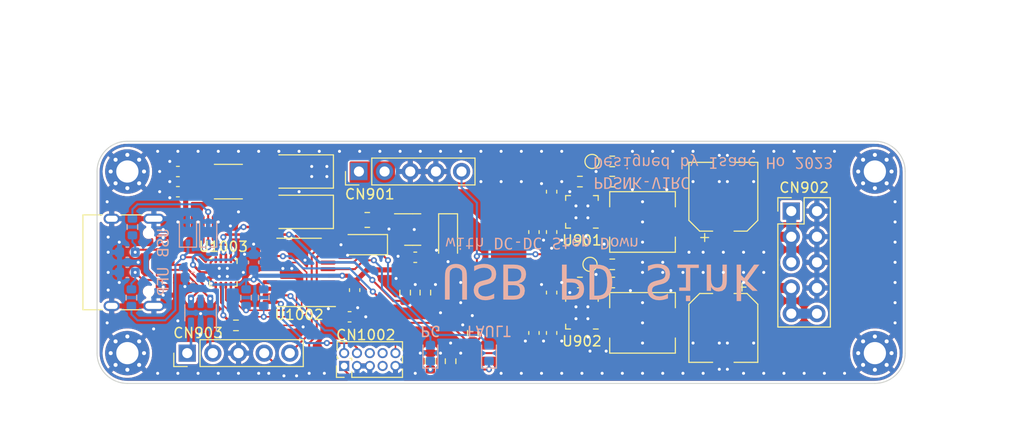
<source format=kicad_pcb>
(kicad_pcb (version 20211014) (generator pcbnew)
  (layers (0 "F.Cu" signal) (31 "B.Cu" signal) (34 "B.Paste" user) (35 "F.Paste" user) (36 "B.SilkS" user "B.Silkscreen") (37 "F.SilkS" user "F.Silkscreen") (38 "B.Mask" user) (39 "F.Mask" user) (44 "Edge.Cuts" user))
  (net 0 "")
  (net 1 "GND")
  (net 2 "/5VDC_Css")
  (net 3 "+5V")
  (net 4 "/3VDC_Css")
  (net 5 "+3.3V")
  (net 6 "/USB-C Power In/LDO_3V3")
  (net 7 "/USB-C Power In/VBUS_IN")
  (net 8 "/USB-C Power In/NRST")
  (net 9 "/USB-C Power In/CC1")
  (net 10 "/USB-C Power In/CC2")
  (net 11 "/USB-C Power In/V_{JFused}")
  (net 12 "/USB-C Power In/VBUS_OVP")
  (net 13 "/USB-C Power In/LED0")
  (net 14 "/USB-C Power In/LED1")
  (net 15 "/USB_P")
  (net 16 "/USB_N")
  (net 17 "/TX")
  (net 18 "/RX")
  (net 19 "/USB-C Power In/USBc_P")
  (net 20 "/USB-C Power In/USBc_N")
  (net 21 "/USB-C Power In/SWDIO")
  (net 22 "/USB-C Power In/SWCLK")
  (net 23 "/5VDC_SW")
  (net 24 "/3VDC_SW")
  (net 25 "/5VDC_PG")
  (net 26 "/DC_EN")
  (net 27 "/5VDC_FB")
  (net 28 "/3VDC_PG")
  (net 29 "/3VDC_FB")
  (net 30 "/USB-C Power In/I2C1_SCL")
  (net 31 "/USB-C Power In/I2C1_SDA")
  (net 32 "/USB-C Power In/USB_INT")
  (net 33 "/USB-C Power In/CC1_R")
  (net 34 "/USB-C Power In/CC2_R")
  (net 35 "/USB_VBUS")
  (net 36 "/USB-C Power In/VCONN")
  (net 37 "Net-(C1005-Pad1)")
  (net 38 "Net-(D1004-Pad1)")
  (net 39 "Net-(D1005-Pad1)")
  (footprint "Resistor_SMD:R_0603_1608Metric" (layer "F.Cu") (at 147.8 84 180)
    (fp_text reference "R904" hide)
    (fp_text value "180k" hide)
  )
  (footprint "Capacitor_Tantalum_SMD:CP_EIA-3216-18_Kemet-A" (layer "F.Cu") (at 134.75 89.5 -90)
    (fp_text reference "C1006" hide)
    (fp_text value "1uF" hide)
  )
  (footprint "MountingHole:MountingHole_2.2mm_M2_Pad_Via" (layer "F.Cu") (at 177 101)
    (fp_text reference "H903" hide)
    (fp_text value "MountingHole_Pad" hide)
  )
  (footprint "Resistor_SMD:R_0603_1608Metric" (layer "F.Cu") (at 135 101.8 90)
    (fp_text reference "R1010" hide)
    (fp_text value "2k" hide)
  )
  (footprint "Diode_SMD:D_SOD-123" (layer "F.Cu") (at 126.5 90.25 180)
    (fp_text reference "D1003" hide)
    (fp_text value "MMSZ5246B" hide)
  )
  (footprint "Capacitor_SMD:C_0603_1608Metric" (layer "F.Cu") (at 145 99 -90)
    (fp_text reference "C902" hide)
    (fp_text value "100nF" hide)
  )
  (footprint "Resistor_SMD:R_0603_1608Metric" (layer "F.Cu") (at 137.2 99 90)
    (fp_text reference "R902" hide)
    (fp_text value "100k" hide)
  )
  (footprint "Package_DFN_QFN:WQFN-14-1EP_2.5x2.5mm_P0.5mm_EP1.45x1.45mm" (layer "F.Cu") (at 112.5 93)
    (fp_text reference "U1003")
    (fp_text value "FUSB302BMPX" hide)
  )
  (footprint "Resistor_SMD:R_0603_1608Metric" (layer "F.Cu") (at 147.8 94 180)
    (fp_text reference "R907" hide)
    (fp_text value "180k" hide)
  )
  (footprint "Connector_USB:USB_C_Receptacle_HRO_TYPE-C-31-M-12" (layer "F.Cu") (at 102.5 92 -90)
    (fp_text reference "J1001" hide)
    (fp_text value "USB_C_Receptacle" hide)
  )
  (footprint "Capacitor_SMD:CP_Elec_6.3x5.9" (layer "F.Cu") (at 162 98.5 -90)
    (fp_text reference "C908" hide)
    (fp_text value "22uF" hide)
  )
  (footprint "Capacitor_SMD:CP_Elec_6.3x5.9" (layer "F.Cu") (at 162 85.5 90)
    (fp_text reference "C904" hide)
    (fp_text value "22uF" hide)
  )
  (footprint "MountingHole:MountingHole_2.2mm_M2_Pad_Via" (layer "F.Cu") (at 103 83)
    (fp_text reference "H901" hide)
    (fp_text value "MountingHole_Pad" hide)
  )
  (footprint "Resistor_SMD:R_0603_1608Metric" (layer "F.Cu") (at 151 84 180)
    (fp_text reference "R903" hide)
    (fp_text value "953k" hide)
  )
  (footprint "Capacitor_SMD:C_0603_1608Metric" (layer "F.Cu") (at 108 85 180)
    (fp_text reference "C1004" hide)
    (fp_text value "100nF" hide)
  )
  (footprint "Package_DFN_QFN:VQFN-16-1EP_3x3mm_P0.5mm_EP1.68x1.68mm_ThermalVias" (layer "F.Cu") (at 148 87 180)
    (fp_text reference "U901")
    (fp_text value "TPS62130" hide)
  )
  (footprint "TestPoint:TestPoint_Pad_D1.0mm" (layer "F.Cu") (at 149 82)
    (fp_text reference "TP901" hide)
    (fp_text value "TestPoint_Small" hide)
  )
  (footprint "Resistor_SMD:R_0603_1608Metric" (layer "F.Cu") (at 151 94 180)
    (fp_text reference "R906" hide)
    (fp_text value "562k" hide)
  )
  (footprint "MountingHole:MountingHole_2.2mm_M2_Pad_Via" (layer "F.Cu") (at 177 83)
    (fp_text reference "H904" hide)
    (fp_text value "MountingHole_Pad" hide)
  )
  (footprint "Diode_SMD:D_SMA" (layer "F.Cu") (at 120 87 180)
    (fp_text reference "D1001" hide)
    (fp_text value "SS26" hide)
  )
  (footprint "Resistor_SMD:R_0603_1608Metric" (layer "F.Cu") (at 151 82)
    (fp_text reference "R901" hide)
    (fp_text value "100k" hide)
  )
  (footprint "Resistor_SMD:R_0603_1608Metric" (layer "F.Cu") (at 132.5 95 -90)
    (fp_text reference "R1005" hide)
    (fp_text value "DNF" hide)
  )
  (footprint "Capacitor_SMD:C_0603_1608Metric" (layer "F.Cu") (at 145 85 90)
    (fp_text reference "C903" hide)
    (fp_text value "620pF" hide)
  )
  (footprint "MountingHole:MountingHole_2.2mm_M2_Pad_Via" (layer "F.Cu") (at 103 101)
    (fp_text reference "H902" hide)
    (fp_text value "MountingHole_Pad" hide)
  )
  (footprint "Capacitor_SMD:C_0603_1608Metric" (layer "F.Cu") (at 143.25 89 -90)
    (fp_text reference "C901" hide)
    (fp_text value "10uF" hide)
  )
  (footprint "Resistor_SMD:R_0603_1608Metric" (layer "F.Cu") (at 151 92.2)
    (fp_text reference "R905" hide)
    (fp_text value "100k" hide)
  )
  (footprint "Resistor_SMD:R_0805_2012Metric" (layer "F.Cu") (at 126.75 87.8)
    (fp_text reference "R1001" hide)
    (fp_text value "100R" hide)
  )
  (footprint "Capacitor_SMD:C_0603_1608Metric" (layer "F.Cu") (at 145 89 -90)
    (fp_text reference "C906" hide)
    (fp_text value "100nF" hide)
  )
  (footprint "Capacitor_SMD:C_0603_1608Metric" (layer "F.Cu") (at 131.5 91.5 180)
    (fp_text reference "C1005" hide)
    (fp_text value "10nF" hide)
  )
  (footprint "Connector_PinHeader_2.54mm:PinHeader_1x05_P2.54mm_Vertical" (layer "F.Cu") (at 125.925 83 90)
    (fp_text reference "CN901")
    (fp_text value "Conn_01x05")
  )
  (footprint "Package_SO:TSSOP-20_4.4x6.5mm_P0.65mm" (layer "F.Cu") (at 120 93 180)
    (fp_text reference "U1002")
    (fp_text value "STM32F030F4Px" hide)
  )
  (footprint "Connector_PinHeader_2.54mm:PinHeader_2x05_P2.54mm_Vertical" (layer "F.Cu") (at 168.725 86.925)
    (fp_text reference "CN902")
    (fp_text value "Conn_02x05_Odd_Even" hide)
  )
  (footprint "Diode_SMD:D_SMA" (layer "F.Cu") (at 120 83 180)
    (fp_text reference "D1002" hide)
    (fp_text value "D_TVS" hide)
  )
  (footprint "MyLibrary:Panasonic Inductor KVP" (layer "F.Cu") (at 154 88)
    (fp_text reference "L901" hide)
    (fp_text value "2.2uH" hide)
  )
  (footprint "Capacitor_SMD:C_0603_1608Metric" (layer "F.Cu") (at 125.5 94.75 -90)
    (fp_text reference "C1001" hide)
    (fp_text value "100nF" hide)
  )
  (footprint "Capacitor_SMD:C_0603_1608Metric" (layer "F.Cu") (at 108 83 180)
    (fp_text reference "C1003" hide)
    (fp_text value "22uF" hide)
  )
  (footprint "Capacitor_SMD:C_0603_1608Metric" (layer "F.Cu") (at 125 97.4)
    (fp_text reference "C1007" hide)
    (fp_text value "100nF" hide)
  )
  (footprint "Connector_PinHeader_1.27mm:PinHeader_2x05_P1.27mm_Vertical" (layer "F.Cu") (at 124.46 102.27 90)
    (fp_text reference "CN1002")
    (fp_text value "Conn_ARM_JTAG_SWD_10" hide)
  )
  (footprint "Package_TO_SOT_SMD:SOT-23-5" (layer "F.Cu") (at 131.25 88.75)
    (fp_text reference "U1001" hide)
    (fp_text value "SPX3819M5-L-3-3" hide)
  )
  (footprint "Resistor_SMD:R_0603_1608Metric" (layer "F.Cu") (at 113.75 98.25)
    (fp_text reference "R1006" hide)
    (fp_text value "3.3k" hide)
  )
  (footprint "Capacitor_SMD:C_0603_1608Metric" (layer "F.Cu") (at 143.25 99 -90)
    (fp_text reference "C905" hide)
    (fp_text value "10uF" hide)
  )
  (footprint "Connector_PinHeader_2.54mm:PinHeader_1x05_P2.54mm_Vertical" (layer "F.Cu") (at 108.925 101 90)
    (fp_text reference "CN903")
    (fp_text value "Conn_01x05" hide)
  )
  (footprint "Package_DFN_QFN:VQFN-16-1EP_3x3mm_P0.5mm_EP1.68x1.68mm_ThermalVias" (layer "F.Cu") (at 148 97 180)
    (fp_text reference "U902")
    (fp_text value "TPS62130" hide)
  )
  (footprint "Fuse:Fuse_1812_4532Metric" (layer "F.Cu") (at 113 84)
    (fp_text reference "F1001" hide)
    (fp_text value "2A" hide)
  )
  (footprint "Resistor_SMD:R_0603_1608Metric" (layer "F.Cu") (at 130.5 95 -90)
    (fp_text reference "R1004" hide)
    (fp_text value "0R" hide)
  )
  (footprint "MyLibrary:Panasonic Inductor KVP" (layer "F.Cu") (at 154 98)
    (fp_text reference "L902" hide)
    (fp_text value "2.2uH" hide)
  )
  (footprint "TestPoint:TestPoint_Pad_D1.0mm" (layer "F.Cu") (at 148.8 92.2)
    (fp_text reference "TP902" hide)
    (fp_text value "TestPoint_Small" hide)
  )
  (footprint "Resistor_SMD:R_0603_1608Metric" (layer "F.Cu") (at 133 101.8 90)
    (fp_text reference "R1009" hide)
    (fp_text value "2k" hide)
  )
  (footprint "Capacitor_SMD:C_0603_1608Metric" (layer "F.Cu") (at 145 95 90)
    (fp_text reference "C907" hide)
    (fp_text value "390pF" hide)
  )
  (footprint "Capacitor_SMD:C_0603_1608Metric" (layer "B.Cu") (at 103 93 180)
    (fp_text reference "C1010" hide)
    (fp_text value "470pF" hide)
  )
  (footprint "Resistor_SMD:R_0603_1608Metric" (layer "B.Cu") (at 114.75 95.5 -90)
    (fp_text reference "R1003" hide)
    (fp_text value "3.3k" hide)
  )
  (footprint "kibuzzard-63BACF17" (layer "B.Cu") (at 161 83)
    (fp_text reference "kibuzzard-63BACF17" hide)
    (fp_text value "G***" hide)
  )
  (footprint "Diode_SMD:D_0603_1608Metric" (layer "B.Cu") (at 138.8 101 90)
    (fp_text reference "D1005" hide)
    (fp_text value "RED" hide)
  )
  (footprint "Capacitor_SMD:C_0603_1608Metric" (layer "B.Cu") (at 109.5 93.5 180)
    (fp_text reference "C1008" hide)
    (fp_text value "100nF" hide)
  )
  (footprint "Diode_SMD:D_SOD-323" (layer "B.Cu") (at 111 89 90)
    (fp_text reference "D1006" hide)
    (fp_text value "3.3V ESD" hide)
  )
  (footprint "Diode_SMD:D_SOD-323" (layer "B.Cu") (at 109 89 90)
    (fp_text reference "D1007" hide)
    (fp_text value "3.3V ESD" hide)
  )
  (footprint "Capacitor_SMD:C_0603_1608Metric" (layer "B.Cu") (at 115.5 92 90)
    (fp_text reference "C1002" hide)
    (fp_text value "100nF" hide)
  )
  (footprint "Resistor_SMD:R_0603_1608Metric" (layer "B.Cu") (at 116.5 95.5 -90)
    (fp_text reference "R1002" hide)
    (fp_text value "3.3k" hide)
  )
  (footprint "kibuzzard-63BACD81" (layer "B.Cu") (at 150 94)
    (fp_text reference "kibuzzard-63BACD81" hide)
    (fp_text value "G***" hide)
  )
  (footprint "Capacitor_SMD:C_0603_1608Metric" (layer "B.Cu") (at 103 91 180)
    (fp_text reference "C1009" hide)
    (fp_text value "470pF" hide)
  )
  (footprint "Diode_SMD:D_0603_1608Metric" (layer "B.Cu") (at 133 101 90)
    (fp_text reference "D1004" hide)
    (fp_text value "GREEN" hide)
  )
  (footprint "Resistor_SMD:R_0603_1608Metric" (layer "B.Cu") (at 103.5 88.5 -90)
    (fp_text reference "R1007" hide)
    (fp_text value "0R" hide)
  )
  (footprint "kibuzzard-63BACE7D" (layer "B.Cu") (at 144 90)
    (fp_text reference "kibuzzard-63BACE7D" hide)
    (fp_text value "G***" hide)
  )
  (footprint "kibuzzard-63BACDB6" (layer "B.Cu") (at 106.5 92 -90)
    (fp_text reference "kibuzzard-63BACDB6" hide)
    (fp_text value "G***" hide)
  )
  (footprint "Package_TO_SOT_SMD:SOT-23-6" (layer "B.Cu") (at 110.25 97 90)
    (fp_text reference "U1004" hide)
    (fp_text value "USBLC6-2SC6" hide)
  )
  (footprint "Resistor_SMD:R_0603_1608Metric" (layer "B.Cu") (at 103.4 95.5 90)
    (fp_text reference "R1008" hide)
    (fp_text value "0R" hide)
  )
  (gr_line (start 180 101) (end 180 83) (layer "Edge.Cuts") (width 0.1))
  (gr_arc (start 180 101) (mid 179.12132 103.12132) (end 177 104) (layer "Edge.Cuts") (width 0.1))
  (gr_arc (start 100 83) (mid 100.87868 80.87868) (end 103 80) (layer "Edge.Cuts") (width 0.1))
  (gr_arc (start 177 80) (mid 179.12132 80.87868) (end 180 83) (layer "Edge.Cuts") (width 0.1))
  (gr_arc (start 103 104) (mid 100.87868 103.12132) (end 100 101) (layer "Edge.Cuts") (width 0.1))
  (gr_line (start 103 104) (end 177 104) (layer "Edge.Cuts") (width 0.1))
  (gr_line (start 177 80) (end 103 80) (layer "Edge.Cuts") (width 0.1))
  (gr_line (start 100 83) (end 100 101) (layer "Edge.Cuts") (width 0.1))
  (gr_text "PG" (at 133 98.8 180) (layer "B.SilkS") (effects (font (size 1 1)) (justify mirror)))
  (gr_text "FAULT" (at 138.8 98.8 180) (layer "B.SilkS") (effects (font (size 1 1)) (justify mirror)))
  (segment (start 114.479104 93.000646) (end 113.97975 93.5) (width 0.254) (layer "F.Cu") (net 1))
  (segment (start 106.545 88.205) (end 106.75 88) (width 0.508) (layer "F.Cu") (net 1))
  (segment (start 113.97975 93.5) (end 113.7625 93.5) (width 0.254) (layer "F.Cu") (net 1))
  (segment (start 113.7625 93) (end 112.5 93) (width 0.254) (layer "F.Cu") (net 1))
  (segment (start 106.545 95.25) (end 106.545 95.795) (width 0.508) (layer "F.Cu") (net 1))
  (segment (start 113 93.5) (end 112.9 93.4) (width 0.254) (layer "F.Cu") (net 1))
  (segment (start 114.478458 93) (end 113.7625 93) (width 0.254) (layer "F.Cu") (net 1))
  (segment (start 113.7625 93.5) (end 113 93.5) (width 0.254) (layer "F.Cu") (net 1))
  (segment (start 114.479104 93.000646) (end 114.478458 93) (width 0.254) (layer "F.Cu") (net 1))
  (segment (start 106.545 95.795) (end 106.75 96) (width 0.508) (layer "F.Cu") (net 1))
  (segment (start 106.545 88.75) (end 106.545 88.205) (width 0.508) (layer "F.Cu") (net 1))
  (via (at 142 103) (size 0.6) (drill 0.3) (layers "F.Cu" "B.Cu") (net 1))
  (via (at 131.4 88.75) (size 0.6) (drill 0.3) (layers "F.Cu" "B.Cu") (net 1))
  (via (at 135 100) (size 0.6) (drill 0.3) (layers "F.Cu" "B.Cu") (net 1))
  (via (at 108 103) (size 0.6) (drill 0.3) (layers "F.Cu" "B.Cu") (net 1))
  (via (at 108 88) (size 0.6) (drill 0.3) (layers "F.Cu" "B.Cu") (net 1))
  (via (at 115.5 90.2) (size 0.6) (drill 0.3) (layers "F.Cu" "B.Cu") (net 1))
  (via (at 136 101) (size 0.6) (drill 0.3) (layers "F.Cu" "B.Cu") (net 1))
  (via (at 119.75 103.25) (size 0.6) (drill 0.3) (layers "F.Cu" "B.Cu") (net 1))
  (via (at 140 81) (size 0.6) (drill 0.3) (layers "F.Cu" "B.Cu") (net 1))
  (via (at 165 84) (size 0.6) (drill 0.3) (layers "F.Cu" "B.Cu") (net 1))
  (via (at 155 81) (size 0.6) (drill 0.3) (layers "F.Cu" "B.Cu") (net 1))
  (via (at 126.6 97.4) (size 0.6) (drill 0.3) (layers "F.Cu" "B.Cu") (net 1))
  (via (at 128 81) (size 0.6) (drill 0.3) (layers "F.Cu" "B.Cu") (net 1))
  (via (at 110.252734 97.082854) (size 0.6) (drill 0.3) (layers "F.Cu" "B.Cu") (net 1))
  (via (at 154 98) (size 0.6) (drill 0.3) (layers "F.Cu" "B.Cu") (net 1))
  (via (at 138 84) (size 0.6) (drill 0.3) (layers "F.Cu" "B.Cu") (net 1))
  (via (at 118.394422 92.610098) (size 0.6) (drill 0.3) (layers "F.Cu" "B.Cu") (net 1))
  (via (at 101.1 94.75) (size 0.6) (drill 0.3) (layers "F.Cu" "B.Cu") (net 1))
  (via (at 136.2 98.2) (size 0.6) (drill 0.3) (layers "F.Cu" "B.Cu") (net 1))
  (via (at 108 97.8) (size 0.6) (drill 0.3) (layers "F.Cu" "B.Cu") (net 1))
  (via (at 110 81) (size 0.6) (drill 0.3) (layers "F.Cu" "B.Cu") (net 1))
  (via (at 122.5 103) (size 0.6) (drill 0.3) (layers "F.Cu" "B.Cu") (net 1))
  (via (at 162 91) (size 0.6) (drill 0.3) (layers "F.Cu" "B.Cu") (net 1))
  (via (at 162.4 100) (size 0.6) (drill 0.3) (layers "F.Cu" "B.Cu") (net 1))
  (via (at 160 93) (size 0.6) (drill 0.3) (layers "F.Cu" "B.Cu") (net 1))
  (via (at 121 103) (size 0.6) (drill 0.3) (layers "F.Cu" "B.Cu") (net 1))
  (via (at 106 81) (size 0.6) (drill 0.3) (layers "F.Cu" "B.Cu") (net 1))
  (via (at 152 103) (size 0.6) (drill 0.3) (layers "F.Cu" "B.Cu") (net 1))
  (via (at 145 90.6) (size 0.6) (drill 0.3) (layers "F.Cu" "B.Cu") (net 1))
  (via (at 156.8 94.8) (size 0.6) (drill 0.3) (layers "F.Cu" "B.Cu") (net 1))
  (via (at 101.1 89.5) (size 0.6) (drill 0.3) (layers "F.Cu" "B.Cu") (net 1))
  (via (at 150.2 90.2) (size 0.6) (drill 0.3) (layers "F.Cu" "B.Cu") (net 1))
  (via (at 161.6 100) (size 0.6) (drill 0.3) (layers "F.Cu" "B.Cu") (net 1))
  (via (at 158 93) (size 0.6) (drill 0.3) (layers "F.Cu" "B.Cu") (net 1))
  (via (at 119.276556 92.610098) (size 0.6) (drill 0.3) (layers "F.Cu" "B.Cu") (net 1))
  (via (at 120 85) (size 0.6) (drill 0.3) (layers "F.Cu" "B.Cu") (net 1))
  (via (at 166 103) (size 0.6) (drill 0.3) (layers "F.Cu" "B.Cu") (net 1))
  (via (at 106.545 95.25) (size 0.6) (drill 0.3) (layers "F.Cu" "B.Cu") (net 1))
  (via (at 137.145982 97.2799) (size 0.6) (drill 0.3) (layers "F.Cu" "B.Cu") (net 1))
  (via (at 132 81) (size 0.6) (drill 0.3) (layers "F.Cu" "B.Cu") (net 1))
  (via (at 112.1 92.6) (size 0.6) (drill 0.3) (layers "F.Cu" "B.Cu") (net 1))
  (via (at 160 103) (size 0.6) (drill 0.3) (layers "F.Cu" "B.Cu") (net 1))
  (via (at 122.75 82.5) (size 0.6) (drill 0.3) (layers "F.Cu" "B.Cu") (net 1))
  (via (at 122.75 83.5) (size 0.6) (drill 0.3) (layers "F.Cu" "B.Cu") (net 1))
  (via (at 110 88) (size 0.6) (drill 0.3) (layers "F.Cu" "B.Cu") (net 1))
  (via (at 153 81) (size 0.6) (drill 0.3) (layers "F.Cu" "B.Cu") (net 1))
  (via (at 130 81) (size 0.6) (drill 0.3) (layers "F.Cu" "B.Cu") (net 1))
  (via (at 134 101) (size 0.6) (drill 0.3) (layers "F.Cu" "B.Cu") (net 1))
  (via (at 133.6 90.8) (size 0.6) (drill 0.3) (layers "F.Cu" "B.Cu") (net 1))
  (via (at 102.2 94) (size 0.6) (drill 0.3) (layers "F.Cu" "B.Cu") (net 1))
  (via (at 102.2 90) (size 0.6) (drill 0.3) (layers "F.Cu" "B.Cu") (net 1))
  (via (at 146.8 95) (size 0.6) (drill 0.3) (layers "F.Cu" "B.Cu") (net 1))
  (via (at 179 88) (size 0.6) (drill 0.3) (layers "F.Cu" "B.Cu") (net 1))
  (via (at 160 91) (size 0.6) (drill 0.3) (layers "F.Cu" "B.Cu") (net 1))
  (via (at 144 103) (size 0.6) (drill 0.3) (layers "F.Cu" "B.Cu") (net 1))
  (via (at 179 86) (size 0.6) (drill 0.3) (layers "F.Cu" "B.Cu") (net 1))
  (via (at 164 94) (size 0.6) (drill 0.3) (layers "F.Cu" "B.Cu") (net 1))
  (via (at 142.4 99.8) (size 0.6) (drill 0.3) (layers "F.Cu" "B.Cu") (net 1))
  (via (at 134.745982 91.935854) (size 0.6) (drill 0.3) (layers "F.Cu" "B.Cu") (net 1))
  (via (at 154 96) (size 0.6) (drill 0.3) (layers "F.Cu" "B.Cu") (net 1))
  (via (at 150.4 100.8) (size 0.6) (drill 0.3) (layers "F.Cu" "B.Cu") (net 1))
  (via (at 161.6 84) (size 0.6) (drill 0.3) (layers "F.Cu" "B.Cu") (net 1))
  (via (at 126 81) (size 0.6) (drill 0.3) (layers "F.Cu" "B.Cu") (net 1))
  (via (at 152.8 94.8) (size 0.6) (drill 0.3) (layers "F.Cu" "B.Cu") (net 1))
  (via (at 159 100) (size 0.6) (drill 0.3) (layers "F.Cu" "B.Cu") (net 1))
  (via (at 179 96) (size 0.6) (drill 0.3) (layers "F.Cu" "B.Cu") (net 1))
  (via (at 108.7 94.4) (size 0.6) (drill 0.3) (layers "F.Cu" "B.Cu") (net 1))
  (via (at 142 81) (size 0.6) (drill 0.3) (layers "F.Cu" "B.Cu") (net 1))
  (via (at 144.2 99.8) (size 0.6) (drill 0.3) (layers "F.Cu" "B.Cu") (net 1))
  (via (at 110 103) (size 0.6) (drill 0.3) (layers "F.Cu" "B.Cu") (net 1))
  (via (at 148.8 100.8) (size 0.6) (drill 0.3) (layers "F.Cu" "B.Cu") (net 1))
  (via (at 140 84) (size 0.6) (drill 0.3) (layers "F.Cu" "B.Cu") (net 1))
  (via (at 146 89.8) (size 0.6) (drill 0.3) (layers "F.Cu" "B.Cu") (net 1))
  (via (at 146 99.8) (size 0.6) (drill 0.3) (layers "F.Cu" "B.Cu") (net 1))
  (via (at 110.2 99.2) (size 0.6) (drill 0.3) (layers "F.Cu" "B.Cu") (net 1))
  (via (at 112 81) (size 0.6) (drill 0.3) (layers "F.Cu" "B.Cu") (net 1))
  (via (at 146 84) (size 0.6) (drill 0.3) (layers "F.Cu" "B.Cu") (net 1))
  (via (at 112 88) (size 0.6) (drill 0.3) (layers "F.Cu" "B.Cu") (net 1))
  (via (at 149.4 83) (size 0.6) (drill 0.3) (layers "F.Cu" "B.Cu") (net 1))
  (via (at 132 101) (size 0.6) (drill 0.3) (layers "F.Cu" "B.Cu") (net 1))
  (via (at 146 103) (size 0.6) (drill 0.3) (layers "F.Cu" "B.Cu") (net 1))
  (via (at 112.1 93.4) (size 0.6) (drill 0.3) (layers "F.Cu" "B.Cu") (net 1))
  (via (at 114 103) (size 0.6) (drill 0.3) (layers "F.Cu" "B.Cu") (net 1))
  (via (at 166 91) (size 0.6) (drill 0.3) (layers "F.Cu" "B.Cu") (net 1))
  (via (at 148.4 89.4) (size 0.6) (drill 0.3) (layers "F.Cu" "B.Cu") (net 1))
  (via (at 170 103) (size 0.6) (drill 0.3) (layers "F.Cu" "B.Cu") (net 1))
  (via (at 166 93) (size 0.6) (drill 0.3) (layers "F.Cu" "B.Cu") (net 1))
  (via (at 179 90) (size 0.6) (drill 0.3) (layers "F.Cu" "B.Cu") (net 1))
  (via (at 164 91) (size 0.6) (drill 0.3) (layers "F.Cu" "B.Cu") (net 1))
  (via (at 114.479104 93.000646) (size 0.6) (drill 0.3) (layers "F.Cu" "B.Cu") (net 1))
  (via (at 124.8 91.3) (size 0.6) (drill 0.3) (layers "F.Cu" "B.Cu") (net 1))
  (via (at 128.9 88.7) (size 0.6) (drill 0.3) (layers "F.Cu" "B.Cu") (net 1))
  (via (at 112 103) (size 0.6) (drill 0.3) (layers "F.Cu" "B.Cu") (net 1))
  (via (at 117 103) (size 0.6) (drill 0.3) (layers "F.Cu" "B.Cu") (net 1))
  (via (at 122.9 96.6) (size 0.6) (drill 0.3) (layers "F.Cu" "B.Cu") (net 1))
  (via (at 101 86) (size 0.6) (drill 0.3) (layers "F.Cu" "B.Cu") (net 1))
  (via (at 129.8 91.4) (size 0.6) (drill 0.3) (layers "F.Cu" "B.Cu") (net 1))
  (via (at 142 84) (size 0.6) (drill 0.3) (layers "F.Cu" "B.Cu") (net 1))
  (via (at 116 103) (size 0.6) (drill 0.3) (layers "F.Cu" "B.Cu") (net 1))
  (via (at 164 103) (size 0.6) (drill 0.3) (layers "F.Cu" "B.Cu") (net 1))
  (via (at 106.2 83) (size 0.6) (drill 0.3) (layers "F.Cu" "B.Cu") (net 1))
  (via (at 105.6 98.6) (size 0.6) (drill 0.3) (layers "F.Cu" "B.Cu") (net 1))
  (via (at 131.5 103) (size 0.6) (drill 0.3) (layers "F.Cu" "B.Cu") (net 1))
  (via (at 114 81) (size 0.6) (drill 0.3) (layers "F.Cu" "B.Cu") (net 1))
  (via (at 159 81) (size 0.6) (drill 0.3) (layers "F.Cu" "B.Cu") (net 1))
  (via (at 161.6 81.4) (size 0.6) (drill 0.3) (layers "F.Cu" "B.Cu") (net 1))
  (via (at 112.9 93.4) (size 0.6) (drill 0.3) (layers "F.Cu" "B.Cu") (net 1))
  (via (at 108 81) (size 0.6) (drill 0.3) (layers "F.Cu" "B.Cu") (net 1))
  (via (at 125.8 96.5) (size 0.6) (drill 0.3) (layers "F.Cu" "B.Cu") (net 1))
  (via (at 150 103) (size 0.6) (drill 0.3) (layers "F.Cu" "B.Cu") (net 1))
  (via (at 154 86) (size 0.6) (drill 0.3) (layers "F.Cu" "B.Cu") (net 1))
  (via (at 124 81) (size 0.6) (drill 0.3) (layers "F.Cu" "B.Cu") (net 1))
  (via (at 179 98) (size 0.6) (drill 0.3) (layers "F.Cu" "B.Cu") (net 1))
  (via (at 156 92) (size 0.6) (drill 0.3) (layers "F.Cu" "B.Cu") (net 1))
  (via (at 144 94.2) (size 0.6) (drill 0.3) (layers "F.Cu" "B.Cu") (net 1))
  (via (at 162.4 81.4) (size 0.6) (drill 0.3) (layers "F.Cu" "B.Cu") (net 1))
  (via (at 158 103) (size 0.6) (drill 0.3) (layers "F.Cu" "B.Cu") (net 1))
  (via (at 131.5 94.2) (size 0.6) (drill 0.3) (layers "F.Cu" "B.Cu") (net 1))
  (via (at 113.2 88.4) (size 0.6) (drill 0.3) (layers "F.Cu" "B.Cu") (net 1))
  (via (at 159 84) (size 0.6) (drill 0.3) (layers "F.Cu" "B.Cu") (net 1))
  (via (at 129.6 93.6) (size 0.6) (drill 0.3) (layers "F.Cu" "B.Cu") (net 1))
  (via (at 114 87) (size 0.6) (drill 0.3) (layers "F.Cu" "B.Cu") (net 1))
  (via (at 168 103) (size 0.6) (drill 0.3) (layers "F.Cu" "B.Cu") (net 1))
  (via (at 122 81) (size 0.6) (drill 0.3) (layers "F.Cu" "B.Cu") (net 1))
  (via (at 156.4 84.8) (size 0.6) (drill 0.3) (layers "F.Cu" "B.Cu") (net 1))
  (via (at 136 96) (size 0.6) (drill 0.3) (layers "F.Cu" "B.Cu") (net 1))
  (via (at 116 81) (size 0.6) (drill 0.3) (layers "F.Cu" "B.Cu") (net 1))
  (via (at 179 94) (size 0.6) (drill 0.3) (layers "F.Cu" "B.Cu") (net 1))
  (via (at 146.8 85) (size 0.6) (drill 0.3) (layers "F.Cu" "B.Cu") (net 1))
  (via (at 158.6 91) (size 0.6) (drill 0.3) (layers "F.Cu" "B.Cu") (net 1))
  (via (at 167 81) (size 0.6) (drill 0.3) (layers "F.Cu" "B.Cu") (net 1))
  (via (at 154 100) (size 0.6) (drill 0.3) (layers "F.Cu" "B.Cu") (net 1))
  (via (at 144 81) (size 0.6) (drill 0.3) (layers "F.Cu" "B.Cu") (net 1))
  (via (at 120 81) (size 0.6) (drill 0.3) (layers "F.Cu" "B.Cu") (net 1))
  (via (at 101.1 91) (size 0.6) (drill 0.3) (layers "F.Cu" "B.Cu") (net 1))
  (via (at 107.2 84) (size 0.6) (drill 0.3) (layers "F.Cu" "B.Cu") (net 1))
  (via (at 174 103) (size 0.6) (drill 0.3) (layers "F.Cu" "B.Cu") (net 1))
  (via (at 164 93) (size 0.6) (drill 0.3) (layers "F.Cu" "B.Cu") (net 1))
  (via (at 165 81) (size 0.6) (drill 0.3) (layers "F.Cu" "B.Cu") (net 1))
  (via (at 114.6 91.2) (size 0.6) (drill 0.3) (layers "F.Cu" "B.Cu") (net 1))
  (via (at 156 93) (size 0.6) (drill 0.3) (layers "F.Cu" "B.Cu") (net 1))
  (via (at 124.148548 90.258924) (size 0.6) (drill 0.3) (layers "F.Cu" "B.Cu") (net 1))
  (via (at 134 81) (size 0.6) (drill 0.3) (layers "F.Cu" "B.Cu") (net 1))
  (via (at 107.2 82) (size 0.6) (drill 0.3) (layers "F.Cu" "B.Cu") (net 1))
  (via (at 173 81) (size 0.6) (drill 0.3) (layers "F.Cu" "B.Cu") (net 1))
  (via (at 101.1 93) (size 0.6) (drill 0.3) (layers "F.Cu" "B.Cu") (net 1))
  (via (at 136 81) (size 0.6) (drill 0.3) (layers "F.Cu" "B.Cu") (net 1))
  (via (at 149.4 93.2) (size 0.6) (drill 0.3) (layers "F.Cu" "B.Cu") (net 1))
  (via (at 120.4 98.4) (size 0.6) (drill 0.3) (layers "F.Cu" "B.Cu") (net 1))
  (via (at 146 94) (size 0.6) (drill 0.3) (layers "F.Cu" "B.Cu") (net 1))
  (via (at 104.075 92) (size 0.6) (drill 0.3) (layers "F.Cu" "B.Cu") (net 1))
  (via (at 165 100) (size 0.6) (drill 0.3) (layers "F.Cu" "B.Cu") (net 1))
  (via (at 154 93) (size 0.6) (drill 0.3) (layers "F.Cu" "B.Cu") (net 1))
  (via (at 156 103) (size 0.6) (drill 0.3) (layers "F.Cu" "B.Cu") (net 1))
  (via (at 154 90) (size 0.6) (drill 0.3) (layers "F.Cu" "B.Cu") (net 1))
  (via (at 169 81) (size 0.6) (drill 0.3) (layers "F.Cu" "B.Cu") (net 1))
  (via (at 162.4 84) (size 0.6) (drill 0.3) (layers "F.Cu" "B.Cu") (net 1))
  (via (at 140 103) (size 0.6) (drill 0.3) (layers "F.Cu" "B.Cu") (net 1))
  (via (at 154 88) (size 0.6) (drill 0.3) (layers "F.Cu" "B.Cu") (net 1))
  (via (at 136 94) (size 0.6) (drill 0.3) (layers "F.Cu" "B.Cu") (net 1))
  (via (at 153 84.8) (size 0.6) (drill 0.3) (layers "F.Cu" "B.Cu") (net 1))
  (via (at 138 81) (size 0.6) (drill 0.3) (layers "F.Cu" "B.Cu") (net 1))
  (via (at 172 103) (size 0.6) (drill 0.3) (layers "F.Cu" "B.Cu") (net 1))
  (via (at 144 84.2) (size 0.6) (drill 0.3) (layers "F.Cu" "B.Cu") (net 1))
  (via (at 148 103) (size 0.6) (drill 0.3) (layers "F.Cu" "B.Cu") (net 1))
  (via (at 106.545 88.75) (size 0.6) (drill 0.3) (layers "F.Cu" "B.Cu") (net 1))
  (via (at 118.5 103.25) (size 0.6) (drill 0.3) (layers "F.Cu" "B.Cu") (net 1))
  (via (at 106 103) (size 0.6) (drill 0.3) (layers "F.Cu" "B.Cu") (net 1))
  (via (at 154 103) (size 0.6) (drill 0.3) (layers "F.Cu" "B.Cu") (net 1))
  (via (at 121.25 83.5) (size 0.6) (drill 0.3) (layers "F.Cu" "B.Cu") (net 1))
  (via (at 146 81) (size 0.6) (drill 0.3) (layers "F.Cu" "B.Cu") (net 1))
  (via (at 162 93) (size 0.6) (drill 0.3) (layers "F.Cu" "B.Cu") (net 1))
  (via (at 154 92) (size 0.6) (drill 0.3) (layers "F.Cu" "B.Cu") (net 1))
  (via (at 144.2 89.8) (size 0.6) (drill 0.3) (layers "F.Cu" "B.Cu") (net 1))
  (via (at 134 97) (size 0.6) (drill 0.3) (layers "F.Cu" "B.Cu") (net 1))
  (via (at 101 98) (size 0.6) (drill 0.3) (layers "F.Cu" "B.Cu") (net 1))
  (via (at 148.6 99.4) (size 0.6) (drill 0.3) (layers "F.Cu" "B.Cu") (net 1))
  (via (at 162.4 102.6) (size 0.6) (drill 0.3) (layers "F.Cu" "B.Cu") (net 1))
  (via (at 106.2 85) (size 0.6) (drill 0.3) (layers "F.Cu" "B.Cu") (net 1))
  (via (at 112.9 92.6) (size 0.6) (drill 0.3) (layers "F.Cu" "B.Cu") (net 1))
  (via (at 107.2 85.6) (size 0.6) (drill 0.3) (layers "F.Cu" "B.Cu") (net 1))
  (via (at 121.25 82.5) (size 0.6) (drill 0.3) (layers "F.Cu" "B.Cu") (net 1))
  (via (at 133.5 94.2) (size 0.6) (drill 0.3) (layers "F.Cu" "B.Cu") (net 1))
  (via (at 179 92) (size 0.6) (drill 0.3) (layers "F.Cu" "B.Cu") (net 1))
  (via (at 112.2 99.4) (size 0.6) (drill 0.3) (layers "F.Cu" "B.Cu") (net 1))
  (via (at 118 81) (size 0.6) (drill 0.3) (layers "F.Cu" "B.Cu") (net 1))
  (via (at 157 81) (size 0.6) (drill 0.3) (layers "F.Cu" "B.Cu") (net 1))
  (via (at 171 81) (size 0.6) (drill 0.3) (layers "F.Cu" "B.Cu") (net 1))
  (via (at 120.586968 91.782968) (size 0.6) (drill 0.3) (layers "F.Cu" "B.Cu") (net 1))
  (via (at 161.6 102.6) (size 0.6) (drill 0.3) (layers "F.Cu" "B.Cu") (net 1))
  (segment (start 118.925205 95.994604) (end 118.448268 95.517667) (width 0.2) (layer "B.Cu") (net 1))
  (segment (start 145.575 85.775) (end 145 85.775) (width 0.2) (layer "F.Cu") (net 2))
  (segment (start 146.05 86.25) (end 145.575 85.775) (width 0.2) (layer "F.Cu") (net 2))
  (segment (start 146.5375 86.25) (end 146.05 86.25) (width 0.2) (layer "F.Cu") (net 2))
  (segment (start 151.825 84) (end 157 84) (width 0.2) (layer "F.Cu") (net 3))
  (segment (start 147.75 81.65) (end 147.75 85.5375) (width 0.2) (layer "F.Cu") (net 3))
  (segment (start 148.4 81) (end 147.75 81.65) (width 0.2) (layer "F.Cu") (net 3))
  (segment (start 148.6 90.8) (end 150.6 90.8) (width 0.1524) (layer "F.Cu") (net 3))
  (segment (start 158 90.8) (end 158 89.2) (width 0.1524) (layer "F.Cu") (net 3))
  (segment (start 147.75 89.95) (end 148.6 90.8) (width 0.1524) (layer "F.Cu") (net 3))
  (segment (start 165.8 89.465) (end 168.725 89.465) (width 1) (layer "F.Cu") (net 3))
  (segment (start 157.4 91.4) (end 158 90.8) (width 0.1524) (layer "F.Cu") (net 3))
  (segment (start 151.2 91.4) (end 157.4 91.4) (width 0.1524) (layer "F.Cu") (net 3))
  (segment (start 162 88.3) (end 164.635 88.3) (width 1) (layer "F.Cu") (net 3))
  (segment (start 151.825 82) (end 151.825 84) (width 0.2) (layer "F.Cu") (net 3))
  (segment (start 151.2 81) (end 148.4 81) (width 0.2) (layer "F.Cu") (net 3))
  (segment (start 158 85) (end 158 87.5) (width 0.2) (layer "F.Cu") (net 3))
  (segment (start 147.75 88.4625) (end 147.75 89.95) (width 0.1524) (layer "F.Cu") (net 3))
  (segment (start 150.6 90.8) (end 151.2 91.4) (width 0.1524) (layer "F.Cu") (net 3))
  (segment (start 151.825 81.625) (end 151.2 81) (width 0.2) (layer "F.Cu") (net 3))
  (segment (start 151.825 82) (end 151.825 81.625) (width 0.2) (layer "F.Cu") (net 3))
  (segment (start 164.635 88.3) (end 165.8 89.465) (width 1) (layer "F.Cu") (net 3))
  (segment (start 157 84) (end 158 85) (width 0.2) (layer "F.Cu") (net 3))
  (segment (start 168.725 89.465) (end 168.725 92.005) (width 1) (layer "B.Cu") (net 3))
  (segment (start 168.725 89.465) (end 168.725 86.925) (width 1) (layer "B.Cu") (net 3))
  (segment (start 146.5375 96.25) (end 146.05 96.25) (width 0.2) (layer "F.Cu") (net 4))
  (segment (start 146.05 96.25) (end 145.575 95.775) (width 0.2) (layer "F.Cu") (net 4))
  (segment (start 145.575 95.775) (end 145 95.775) (width 0.2) (layer "F.Cu") (net 4))
  (segment (start 158 101) (end 158 98) (width 0.2) (layer "F.Cu") (net 5))
  (segment (start 151.825 92.2) (end 151.825 94) (width 0.2) (layer "F.Cu") (net 5))
  (segment (start 147.75 91.65) (end 148.2 91.2) (width 0.2) (layer "F.Cu") (net 5))
  (segment (start 151.4 92.2) (end 151.825 92.2) (width 0.2) (layer "F.Cu") (net 5))
  (segment (start 148.5 101.5) (end 157.5 101.5) (width 0.2) (layer "F.Cu") (net 5))
  (segment (start 147.75 100.75) (end 148.5 101.5) (width 0.2) (layer "F.Cu") (net 5))
  (segment (start 168.725 94.545) (end 166.255 94.545) (width 1) (layer "F.Cu") (net 5))
  (segment (start 166.255 94.545) (end 165.1 95.7) (width 1) (layer "F.Cu") (net 5))
  (segment (start 158 94.8) (end 158 97) (width 0.2) (layer "F.Cu") (net 5))
  (segment (start 147.75 98.4625) (end 147.75 100.75) (width 0.2) (layer "F.Cu") (net 5))
  (segment (start 157.2 94) (end 158 94.8) (width 0.2) (layer "F.Cu") (net 5))
  (segment (start 150.4 91.2) (end 151.4 92.2) (width 0.2) (layer "F.Cu") (net 5))
  (segment (start 148.2 91.2) (end 150.4 91.2) (width 0.2) (layer "F.Cu") (net 5))
  (segment (start 151.825 94) (end 157.2 94) (width 0.2) (layer "F.Cu") (net 5))
  (segment (start 147.75 95.5375) (end 147.75 91.65) (width 0.2) (layer "F.Cu") (net 5))
  (segment (start 165.1 95.7) (end 162 95.7) (width 1) (layer "F.Cu") (net 5))
  (segment (start 157.5 101.5) (end 158 101) (width 0.2) (layer "F.Cu") (net 5))
  (segment (start 171.265 97.085) (end 168.725 97.085) (width 1) (layer "B.Cu") (net 5))
  (segment (start 168.725 94.545) (end 168.725 97.085) (width 1) (layer "B.Cu") (net 5))
  (segment (start 126.6 94.7) (end 125.875 93.975) (width 0.2) (layer "F.Cu") (net 6))
  (segment (start 115.875 93.325) (end 115.5 93.7) (width 0.254) (layer "F.Cu") (net 6))
  (segment (start 112.925 98.25) (end 112.925 97.675) (width 0.254) (layer "F.Cu") (net 6))
  (segment (start 111.4625 94.2625) (end 111.75 94.2625) (width 0.25) (layer "F.Cu") (net 6))
  (segment (start 124.46 102.27) (end 124.46 102.66) (width 0.2) (layer "F.Cu") (net 6))
  (segment (start 130.5 92.75) (end 126.725 92.75) (width 0.508) (layer "F.Cu") (net 6))
  (segment (start 125.875 93.975) (end 125.5 93.975) (width 0.2) (layer "F.Cu") (net 6))
  (segment (start 135.65 88.15) (end 136.25 88.75) (width 0.508) (layer "F.Cu") (net 6))
  (segment (start 133.4 87.8) (end 133.75 88.15) (width 0.508) (layer "F.Cu") (net 6))
  (segment (start 124.275 93.325) (end 124.85 93.325) (width 0.4064) (layer "F.Cu") (net 6))
  (segment (start 136.25 92.25) (end 135.75 92.75) (width 0.508) (layer "F.Cu") (net 6))
  (segment (start 126.725 92.75) (end 125.5 93.975) (width 0.508) (layer "F.Cu") (net 6))
  (segment (start 133.75 88.15) (end 134.75 88.15) (width 0.508) (layer "F.Cu") (net 6))
  (segment (start 132.3875 87.8) (end 133.4 87.8) (width 0.508) (layer "F.Cu") (net 6))
  (segment (start 130.5 94.175) (end 130.5 92.75) (width 0.254) (layer "F.Cu") (net 6))
  (segment (start 124.85 93.325) (end 125.5 93.975) (width 0.4064) (layer "F.Cu") (net 6))
  (segment (start 136.25 88.75) (end 136.25 92.25) (width 0.508) (layer "F.Cu") (net 6))
  (segment (start 125 103.2) (end 130.2 103.2) (width 0.2) (layer "F.Cu") (net 6))
  (segment (start 130.5 102.9) (end 130.5 99.1) (width 0.2) (layer "F.Cu") (net 6))
  (segment (start 111.2375 94.0375) (end 111.2375 93.5) (width 0.25) (layer "F.Cu") (net 6))
  (segment (start 112.925 97.675) (end 112.5 97.25) (width 0.254) (layer "F.Cu") (net 6))
  (segment (start 117.46158 93.325) (end 115.875 93.325) (width 0.254) (layer "F.Cu") (net 6))
  (segment (start 122.8625 93.325) (end 124.275 93.325) (width 0.4064) (layer "F.Cu") (net 6))
  (segment (start 135.75 92.75) (end 130.5 92.75) (width 0.508) (layer "F.Cu") (net 6))
  (segment (start 124.46 102.66) (end 125 103.2) (width 0.2) (layer "F.Cu") (net 6))
  (segment (start 126.6 95.2) (end 126.6 94.7) (width 0.2) (layer "F.Cu") (net 6))
  (segment (start 130.2 103.2) (end 130.5 102.9) (width 0.2) (layer "F.Cu") (net 6))
  (segment (start 134.75 88.15) (end 135.65 88.15) (width 0.508) (layer "F.Cu") (net 6))
  (segment (start 111.3 94.1) (end 111.4625 94.2625) (width 0.25) (layer "F.Cu") (net 6))
  (segment (start 130.5 99.1) (end 126.6 95.2) (width 0.2) (layer "F.Cu") (net 6))
  (segment (start 111.3 94.1) (end 111.2375 94.0375) (width 0.25) (layer "F.Cu") (net 6))
  (via (at 112.5 97.25) (size 0.6) (drill 0.3) (layers "F.Cu" "B.Cu") (net 6))
  (via (at 115.5 93.7) (size 0.6) (drill 0.3) (layers "F.Cu" "B.Cu") (net 6))
  (via (at 111.3 94.1) (size 0.6) (drill 0.3) (layers "F.Cu" "B.Cu") (net 6))
  (via (at 124.275 93.325) (size 0.6) (drill 0.3) (layers "F.Cu" "B.Cu") (net 6))
  (segment (start 115.95 93.7) (end 115.5 93.7) (width 0.2) (layer "B.Cu") (net 6))
  (segment (start 114.75 94.675) (end 114.75 93.9) (width 0.2) (layer "B.Cu") (net 6))
  (segment (start 112.45 94.2) (end 111.4 94.2) (width 0.254) (layer "B.Cu") (net 6))
  (segment (start 115.5 92.775) (end 115.5 93.7) (width 0.254) (layer "B.Cu") (net 6))
  (segment (start 112.5 97.25) (end 112.45 97.2) (width 0.254) (layer "B.Cu") (net 6))
  (segment (start 114.15 94.2) (end 112.45 94.2) (width 0.254) (layer "B.Cu") (net 6))
  (segment (start 114.95 93.7) (end 114.65 93.7) (width 0.254) (layer "B.Cu") (net 6))
  (segment (start 116.5 94.675) (end 116.5 94.25) (width 0.2) (layer "B.Cu") (net 6))
  (segment (start 114.65 93.7) (end 114.15 94.2) (width 0.254) (layer "B.Cu") (net 6))
  (segment (start 111.4 94.2) (end 111.3 94.1) (width 0.254) (layer "B.Cu") (net 6))
  (segment (start 115.5 93.7) (end 114.95 93.7) (width 0.254) (layer "B.Cu") (net 6))
  (segment (start 110.7 93.5) (end 110.275 93.5) (width 0.25) (layer "B.Cu") (net 6))
  (segment (start 116.5 94.25) (end 115.95 93.7) (width 0.2) (layer "B.Cu") (net 6))
  (segment (start 111.3 94.1) (end 110.7 93.5) (width 0.25) (layer "B.Cu") (net 6))
  (segment (start 115.875 93.325) (end 115.5 93.7) (width 0.4064) (layer "B.Cu") (net 6))
  (segment (start 112.45 97.2) (end 112.45 94.2) (width 0.254) (layer "B.Cu") (net 6))
  (segment (start 124.275 93.325) (end 115.875 93.325) (width 0.4064) (layer "B.Cu") (net 6))
  (segment (start 114.75 93.9) (end 114.95 93.7) (width 0.2) (layer "B.Cu") (net 6))
  (segment (start 109 84) (end 108.775 83.775) (width 0.508) (layer "F.Cu") (net 7))
  (segment (start 108.2 89.55) (end 108.775 88.975) (width 0.508) (layer "F.Cu") (net 7))
  (segment (start 110.8625 84) (end 109 84) (width 0.508) (layer "F.Cu") (net 7))
  (segment (start 108.775 83) (end 108.775 83.775) (width 0.508) (layer "F.Cu") (net 7))
  (segment (start 106.545 89.55) (end 108.2 89.55) (width 0.508) (layer "F.Cu") (net 7))
  (segment (start 108.775 83.775) (end 108.775 85) (width 0.508) (layer "F.Cu") (net 7))
  (segment (start 108.775 88.975) (end 108.775 85) (width 0.508) (layer "F.Cu") (net 7))
  (via (at 106.545 89.55) (size 0.6) (drill 0.3) (layers "F.Cu" "B.Cu") (net 7))
  (via (at 106.545 94.45) (size 0.6) (drill 0.3) (layers "F.Cu" "B.Cu") (net 7))
  (segment (start 104.85 92.85) (end 106.45 94.45) (width 0.508) (layer "B.Cu") (net 7))
  (segment (start 106.45 89.55) (end 104.85 91.15) (width 0.508) (layer "B.Cu") (net 7))
  (segment (start 106.545 89.55) (end 106.45 89.55) (width 0.508) (layer "B.Cu") (net 7))
  (segment (start 104.85 91.15) (end 104.85 92.85) (width 0.508) (layer "B.Cu") (net 7))
  (segment (start 106.45 94.45) (end 106.545 94.45) (width 0.508) (layer "B.Cu") (net 7))
  (segment (start 122.8625 93.975) (end 123.775 93.975) (width 0.1524) (layer "F.Cu") (net 8))
  (segment (start 124.225 97.4) (end 124.225 98.225) (width 0.1524) (layer "F.Cu") (net 8))
  (segment (start 123.775 93.975) (end 124.225 94.425) (width 0.1524) (layer "F.Cu") (net 8))
  (segment (start 124.5 98.5) (end 129 98.5) (width 0.1524) (layer "F.Cu") (net 8))
  (segment (start 124.225 98.225) (end 124.5 98.5) (width 0.1524) (layer "F.Cu") (net 8))
  (segment (start 124.225 94.425) (end 124.225 97.4) (width 0.1524) (layer "F.Cu") (net 8))
  (segment (start 129.54 99.04) (end 129.54 101) (width 0.1524) (layer "F.Cu") (net 8))
  (segment (start 129 98.5) (end 129.54 99.04) (width 0.1524) (layer "F.Cu") (net 8))
  (segment (start 104.025 90.75) (end 106.545 90.75) (width 0.2) (layer "F.Cu") (net 9))
  (segment (start 103.775 91) (end 104.025 90.75) (width 0.2) (layer "F.Cu") (net 9))
  (via (at 103.775 91) (size 0.6) (drill 0.3) (layers "F.Cu" "B.Cu") (net 9))
  (segment (start 103.5 90) (end 103.775 90.275) (width 0.2) (layer "B.Cu") (net 9))
  (segment (start 103.5 89.325) (end 103.5 90) (width 0.2) (layer "B.Cu") (net 9))
  (segment (start 103.775 90.275) (end 103.775 91) (width 0.2) (layer "B.Cu") (net 9))
  (segment (start 103.775 93) (end 104.525 93.75) (width 0.2) (layer "F.Cu") (net 10))
  (segment (start 104.525 93.75) (end 106.545 93.75) (width 0.2) (layer "F.Cu") (net 10))
  (via (at 103.775 93) (size 0.6) (drill 0.3) (layers "F.Cu" "B.Cu") (net 10))
  (segment (start 103.4 94.1) (end 103.4 94.675) (width 0.2) (layer "B.Cu") (net 10))
  (segment (start 103.775 93) (end 103.775 93.725) (width 0.2) (layer "B.Cu") (net 10))
  (segment (start 103.775 93.725) (end 103.4 94.1) (width 0.2) (layer "B.Cu") (net 10))
  (segment (start 124.5 88.5) (end 120.5 88.5) (width 0.508) (layer "F.Cu") (net 11))
  (segment (start 125.2 87.8) (end 124.5 88.5) (width 0.508) (layer "F.Cu") (net 11))
  (segment (start 120.5 88.5) (end 119 87) (width 0.508) (layer "F.Cu") (net 11))
  (segment (start 119 87) (end 118 87) (width 0.508) (layer "F.Cu") (net 11))
  (segment (start 125.8375 87.8) (end 125.2 87.8) (width 0.508) (layer "F.Cu") (net 11))
  (segment (start 128.05 89.25) (end 128.15 89.15) (width 0.254) (layer "F.Cu") (net 12))
  (segment (start 110.25 93) (end 109.5 92.25) (width 0.254) (layer "F.Cu") (net 12))
  (segment (start 111.2375 93) (end 110.25 93) (width 0.254) (layer "F.Cu") (net 12))
  (segment (start 114.5 88.5) (end 119.5 88.5) (width 0.254) (layer "F.Cu") (net 12))
  (segment (start 127.6625 88.6625) (end 128.15 89.15) (width 0.508) (layer "F.Cu") (net 12))
  (segment (start 129 90.25) (end 128.15 90.25) (width 0.508) (layer "F.Cu") (net 12))
  (segment (start 129.55 89.7) (end 129 90.25) (width 0.508) (layer "F.Cu") (net 12))
  (segment (start 128.15 89.15) (end 128.15 90.25) (width 0.508) (layer "F.Cu") (net 12))
  (segment (start 127.6625 87.8) (end 127.6625 88.6625) (width 0.508) (layer "F.Cu") (net 12))
  (segment (start 120.25 89.25) (end 128.05 89.25) (width 0.254) (layer "F.Cu") (net 12))
  (segment (start 119.5 88.5) (end 120.25 89.25) (width 0.254) (layer "F.Cu") (net 12))
  (segment (start 130.1125 89.7) (end 129.55 89.7) (width 0.508) (layer "F.Cu") (net 12))
  (segment (start 130.1125 87.8) (end 127.6625 87.8) (width 0.508) (layer "F.Cu") (net 12))
  (via (at 114.5 88.5) (size 0.6) (drill 0.3) (layers "F.Cu" "B.Cu") (net 12))
  (via (at 109.5 92.25) (size 0.6) (drill 0.3) (layers "F.Cu" "B.Cu") (net 12))
  (segment (start 110.75 91.75) (end 113.25 91.75) (width 0.254) (layer "B.Cu") (net 12))
  (segment (start 109.5 92.25) (end 109.5 91.5) (width 0.254) (layer "B.Cu") (net 12))
  (segment (start 113.75 91.25) (end 113.75 89) (width 0.254) (layer "B.Cu") (net 12))
  (segment (start 109.75 91.25) (end 110.25 91.25) (width 0.254) (layer "B.Cu") (net 12))
  (segment (start 113.25 91.75) (end 113.75 91.25) (width 0.254) (layer "B.Cu") (net 12))
  (segment (start 114.25 88.5) (end 114.5 88.5) (width 0.254) (layer "B.Cu") (net 12))
  (segment (start 113.75 89) (end 114.25 88.5) (width 0.254) (layer "B.Cu") (net 12))
  (segment (start 109.5 91.5) (end 109.75 91.25) (width 0.254) (layer "B.Cu") (net 12))
  (segment (start 110.25 91.25) (end 110.5 91.5) (width 0.254) (layer "B.Cu") (net 12))
  (segment (start 110.5 91.5) (end 110.75 91.75) (width 0.254) (layer "B.Cu") (net 12))
  (segment (start 126.4 91.8) (end 127.4 91.8) (width 0.2) (layer "F.Cu") (net 13))
  (segment (start 125.525 92.675) (end 125.8 92.4) (width 0.2) (layer "F.Cu") (net 13))
  (segment (start 122.8625 92.675) (end 125.525 92.675) (width 0.2) (layer "F.Cu") (net 13))
  (segment (start 125.8 92.4) (end 126.4 91.8) (width 0.2) (layer "F.Cu") (net 13))
  (via (at 127.4 91.8) (size 0.6) (drill 0.3) (layers "F.Cu" "B.Cu") (net 13))
  (segment (start 128.2 92.6) (end 128.2 94.6) (width 0.2) (layer "B.Cu") (net 13))
  (segment (start 127.4 91.8) (end 128.2 92.6) (width 0.2) (layer "B.Cu") (net 13))
  (segment (start 131.6 98) (end 133 99.4) (width 0.2) (layer "B.Cu") (net 13))
  (segment (start 133 99.4) (end 133 100.2125) (width 0.2) (layer "B.Cu") (net 13))
  (segment (start 128.2 94.6) (end 131.6 98) (width 0.2) (layer "B.Cu") (net 13))
  (segment (start 122.8625 92.025) (end 125.375 92.025) (width 0.2) (layer "F.Cu") (net 14))
  (segment (start 125.375 92.025) (end 125.8 91.6) (width 0.2) (layer "F.Cu") (net 14))
  (segment (start 126.2 91.2) (end 127.8 91.2) (width 0.2) (layer "F.Cu") (net 14))
  (segment (start 127.8 91.2) (end 128.2 91.2) (width 0.2) (layer "F.Cu") (net 14))
  (segment (start 125.8 91.6) (end 126.2 91.2) (width 0.2) (layer "F.Cu") (net 14))
  (segment (start 128.2 91.2) (end 128.8 91.8) (width 0.2) (layer "F.Cu") (net 14))
  (via (at 128.8 91.8) (size 0.6) (drill 0.3) (layers "F.Cu" "B.Cu") (net 14))
  (segment (start 137.7875 99.2) (end 138.8 100.2125) (width 0.2) (layer "B.Cu") (net 14))
  (segment (start 128.8 91.8) (end 128.8 94.4) (width 0.2) (layer "B.Cu") (net 14))
  (segment (start 128.8 94.4) (end 133.6 99.2) (width 0.2) (layer "B.Cu") (net 14))
  (segment (start 133.6 99.2) (end 137.7875 99.2) (width 0.2) (layer "B.Cu") (net 14))
  (segment (start 109.3 100.625) (end 108.925 101) (width 0.254) (layer "B.Cu") (net 15))
  (segment (start 109.3 98.1375) (end 109.3 100.625) (width 0.254) (layer "B.Cu") (net 15))
  (segment (start 111.2 100.735) (end 111.465 101) (width 0.254) (layer "B.Cu") (net 16))
  (segment (start 111.2 98.1375) (end 111.2 100.735) (width 0.254) (layer "B.Cu") (net 16))
  (segment (start 121.75 99.25) (end 121 100) (width 0.2) (layer "F.Cu") (net 17))
  (segment (start 121 101.75) (end 120.25 102.5) (width 0.2) (layer "F.Cu") (net 17))
  (segment (start 121.75 91.5) (end 121.75 99.25) (width 0.2) (layer "F.Cu") (net 17))
  (segment (start 121.875 91.375) (end 121.75 91.5) (width 0.2) (layer "F.Cu") (net 17))
  (segment (start 120.25 102.5) (end 118.045 102.5) (width 0.2) (layer "F.Cu") (net 17))
  (segment (start 121 100) (end 121 101.75) (width 0.2) (layer "F.Cu") (net 17))
  (segment (start 118.045 102.5) (end 116.545 101) (width 0.2) (layer "F.Cu") (net 17))
  (segment (start 122.8625 91.375) (end 121.875 91.375) (width 0.2) (layer "F.Cu") (net 17))
  (segment (start 121.25 98.835) (end 119.085 101) (width 0.2) (layer "F.Cu") (net 18))
  (segment (start 121.25 91.25) (end 121.25 98.835) (width 0.2) (layer "F.Cu") (net 18))
  (segment (start 121.775 90.725) (end 121.25 91.25) (width 0.2) (layer "F.Cu") (net 18))
  (segment (start 122.8625 90.725) (end 121.775 90.725) (width 0.2) (layer "F.Cu") (net 18))
  (segment (start 106.545 92.75) (end 105.7 92.75) (width 0.2) (layer "F.Cu") (net 19))
  (segment (start 109.3 95.6) (end 110.024999 94.875001) (width 0.2) (layer "F.Cu") (net 19))
  (segment (start 105.7 91.75) (end 106.545 91.75) (width 0.2) (layer "F.Cu") (net 19))
  (segment (start 105.7 92.75) (end 105.5 92.55) (width 0.2) (layer "F.Cu") (net 19))
  (segment (start 110.024999 94.875001) (end 110.024999 94.343199) (width 0.2) (layer "F.Cu") (net 19))
  (segment (start 110.024999 94.343199) (end 108.4318 92.75) (width 0.2) (layer "F.Cu") (net 19))
  (segment (start 105.5 91.95) (end 105.7 91.75) (width 0.2) (layer "F.Cu") (net 19))
  (segment (start 108.4318 92.75) (end 106.545 92.75) (width 0.2) (layer "F.Cu") (net 19))
  (segment (start 105.5 92.55) (end 105.5 91.95) (width 0.2) (layer "F.Cu") (net 19))
  (via (at 109.3 95.6) (size 0.6) (drill 0.3) (layers "F.Cu" "B.Cu") (net 19))
  (segment (start 107.35 91.25) (end 107.575 91.475) (width 0.2) (layer "F.Cu") (net 20))
  (segment (start 110.475001 94.156801) (end 108.5682 92.25) (width 0.2) (layer "F.Cu") (net 20))
  (segment (start 107.575 92.025) (end 107.35 92.25) (width 0.2) (layer "F.Cu") (net 20))
  (segment (start 111.2 95.6) (end 110.475001 94.875001) (width 0.2) (layer "F.Cu") (net 20))
  (segment (start 108.5682 92.25) (end 107.5 92.25) (width 0.2) (layer "F.Cu") (net 20))
  (segment (start 107.35 92.25) (end 107.5 92.25) (width 0.2) (layer "F.Cu") (net 20))
  (segment (start 106.545 91.25) (end 107.35 91.25) (width 0.2) (layer "F.Cu") (net 20))
  (segment (start 107.575 91.475) (end 107.575 92.025) (width 0.2) (layer "F.Cu") (net 20))
  (segment (start 107.5 92.25) (end 106.545 92.25) (width 0.2) (layer "F.Cu") (net 20))
  (segment (start 110.475001 94.875001) (end 110.475001 94.156801) (width 0.2) (layer "F.Cu") (net 20))
  (via (at 111.2 95.6) (size 0.6) (drill 0.3) (layers "F.Cu" "B.Cu") (net 20))
  (segment (start 119.075 95.275) (end 117.1375 95.275) (width 0.2) (layer "F.Cu") (net 21))
  (segment (start 119.15 95.35) (end 119.075 95.275) (width 0.2) (layer "F.Cu") (net 21))
  (via (at 119.15 95.35) (size 0.6) (drill 0.3) (layers "F.Cu" "B.Cu") (net 21))
  (segment (start 122.55 98.75) (end 123.25 98.75) (width 0.2) (layer "B.Cu") (net 21))
  (segment (start 124.46 99.96) (end 124.46 101) (width 0.2) (layer "B.Cu") (net 21))
  (segment (start 119.15 95.35) (end 122.55 98.75) (width 0.2) (layer "B.Cu") (net 21))
  (segment (start 123.25 98.75) (end 124.46 99.96) (width 0.2) (layer "B.Cu") (net 21))
  (segment (start 125.25 100) (end 125.73 100.48) (width 0.2) (layer "F.Cu") (net 22))
  (segment (start 118.2 96.125) (end 118 95.925) (width 0.2) (layer "F.Cu") (net 22))
  (segment (start 122.75 100) (end 125.25 100) (width 0.2) (layer "F.Cu") (net 22))
  (segment (start 125.73 100.48) (end 125.73 101) (width 0.2) (layer "F.Cu") (net 22))
  (segment (start 118 95.925) (end 117.1375 95.925) (width 0.2) (layer "F.Cu") (net 22))
  (via (at 118.2 96.125) (size 0.6) (drill 0.3) (layers "F.Cu" "B.Cu") (net 22))
  (via (at 122.75 100) (size 0.6) (drill 0.3) (layers "F.Cu" "B.Cu") (net 22))
  (segment (start 118.2 97.5) (end 118.2 96.125) (width 0.2) (layer "B.Cu") (net 22))
  (segment (start 120.7 100) (end 118.2 97.5) (width 0.2) (layer "B.Cu") (net 22))
  (segment (start 122.75 100) (end 120.7 100) (width 0.2) (layer "B.Cu") (net 22))
  (segment (start 150.15 86.25) (end 150.4 86) (width 0.2) (layer "F.Cu") (net 25))
  (segment (start 150.4 86) (end 150.4 85) (width 0.2) (layer "F.Cu") (net 25))
  (segment (start 150.175 82) (end 149 82) (width 0.2) (layer "F.Cu") (net 25))
  (segment (start 149.4625 86.25) (end 150.15 86.25) (width 0.2) (layer "F.Cu") (net 25))
  (segment (start 151 82.825) (end 150.175 82) (width 0.2) (layer "F.Cu") (net 25))
  (segment (start 151 84.4) (end 151 82.825) (width 0.2) (layer "F.Cu") (net 25))
  (segment (start 150.4 85) (end 151 84.4) (width 0.2) (layer "F.Cu") (net 25))
  (segment (start 138 97.2) (end 138 99.4) (width 0.2) (layer "F.Cu") (net 26))
  (segment (start 137.6 91.4) (end 137.6 96.8) (width 0.2) (layer "F.Cu") (net 26))
  (segment (start 127.3 94.9) (end 130.4 98) (width 0.2) (layer "F.Cu") (net 26))
  (segment (start 137.6 96.8) (end 138 97.2) (width 0.2) (layer "F.Cu") (net 26))
  (segment (start 146.4 91) (end 146.2 91.2) (width 0.2) (layer "F.Cu") (net 26))
  (segment (start 147.25 90.15) (end 146.4 91) (width 0.2) (layer "F.Cu") (net 26))
  (segment (start 130.4 98) (end 134.8 98) (width 0.2) (layer "F.Cu") (net 26))
  (segment (start 146.2 91.2) (end 143.4 91.2) (width 0.2) (layer "F.Cu") (net 26))
  (segment (start 137.2 100.4) (end 137.2 99.825) (width 0.2) (layer "F.Cu") (net 26))
  (segment (start 147.25 98.4625) (end 147.25 100.55) (width 0.2) (layer "F.Cu") (net 26))
  (segment (start 137.575 99.825) (end 137.2 99.825) (width 0.2) (layer "F.Cu") (net 26))
  (segment (start 147.25 100.55) (end 146.8 101) (width 0.2) (layer "F.Cu") (net 26))
  (segment (start 134.8 98) (end 136.625 99.825) (width 0.2) (layer "F.Cu") (net 26))
  (segment (start 147.25 88.4625) (end 147.25 90.15) (width 0.2) (layer "F.Cu") (net 26))
  (segment (start 137.8 101) (end 137.2 100.4) (width 0.2) (layer "F.Cu") (net 26))
  (segment (start 117.1375 91.375) (end 118.375 91.375) (width 0.2) (layer "F.Cu") (net 26))
  (segment (start 146.8 101) (end 137.8 101) (width 0.2) (layer "F.Cu") (net 26))
  (segment (start 118.375 91.375) (end 118.4 91.4) (width 0.2) (layer "F.Cu") (net 26))
  (segment (start 136.625 99.825) (end 137.2 99.825) (width 0.2) (layer "F.Cu") (net 26))
  (segment (start 138 99.4) (end 137.575 99.825) (width 0.2) (layer "F.Cu") (net 26))
  (via (at 137.6 91.4) (size 0.6) (drill 0.3) (layers "F.Cu" "B.Cu") (net 26))
  (via (at 127.3 94.9) (size 0.6) (drill 0.3) (layers "F.Cu" "B.Cu") (net 26))
  (via (at 118.4 91.4) (size 0.6) (drill 0.3) (layers "F.Cu" "B.Cu") (net 26))
  (via (at 143.4 91.2) (size 0.6) (drill 0.3) (layers "F.Cu" "B.Cu") (net 26))
  (segment (start 143.4 91.2) (end 137.8 91.2) (width 0.2) (layer "B.Cu") (net 26))
  (segment (start 136.085 84.585) (end 136.085 83) (width 0.2) (layer "B.Cu") (net 26))
  (segment (start 137.6 91.4) (end 137.6 86.1) (width 0.2) (layer "B.Cu") (net 26))
  (segment (start 137.8 91.2) (end 137.6 91.4) (width 0.2) (layer "B.Cu") (net 26))
  (segment (start 125 92.6) (end 120.4 92.6) (width 0.2) (layer "B.Cu") (net 26))
  (segment (start 119.2 91.4) (end 118.4 91.4) (width 0.2) (layer "B.Cu") (net 26))
  (segment (start 137.6 86.1) (end 136.085 84.585) (width 0.2) (layer "B.Cu") (net 26))
  (segment (start 127.3 94.9) (end 125 92.6) (width 0.2) (layer "B.Cu") (net 26))
  (segment (start 120.4 92.6) (end 119.2 91.4) (width 0.2) (layer "B.Cu") (net 26))
  (segment (start 148.75 84.125) (end 148.75 85.5375) (width 0.2) (layer "F.Cu") (net 27))
  (segment (start 148.625 84) (end 148.75 84.125) (width 0.2) (layer "F.Cu") (net 27))
  (segment (start 150.175 84) (end 148.625 84) (width 0.2) (layer "F.Cu") (net 27))
  (segment (start 149.4625 96.25) (end 149.95 96.25) (width 0.2) (layer "F.Cu") (net 28))
  (segment (start 150.4 95.8) (end 150.4 95.2) (width 0.2) (layer "F.Cu") (net 28))
  (segment (start 151 93.2) (end 150.175 92.375) (width 0.2) (layer "F.Cu") (net 28))
  (segment (start 149.95 96.25) (end 150.4 95.8) (width 0.2) (layer "F.Cu") (net 28))
  (segment (start 150.4 95.2) (end 151 94.6) (width 0.2) (layer "F.Cu") (net 28))
  (segment (start 150.175 92.375) (end 150.175 92.2) (width 0.2) (layer "F.Cu") (net 28))
  (segment (start 150.175 92.2) (end 148.8 92.2) (width 0.2) (layer "F.Cu") (net 28))
  (segment (start 151 94.6) (end 151 93.2) (width 0.2) (layer "F.Cu") (net 28))
  (segment (start 148.75 94.125) (end 148.75 95.5375) (width 0.2) (layer "F.Cu") (net 29))
  (segment (start 148.625 94) (end 148.75 94.125) (width 0.2) (layer "F.Cu") (net 29))
  (segment (start 148.625 94) (end 150.175 94) (width 0.2) (layer "F.Cu") (net 29))
  (segment (start 114.4 97.4) (end 112.75 95.75) (width 0.1524) (layer "F.Cu") (net 30))
  (segment (start 116.5 97.4) (end 114.4 97.4) (width 0.1524) (layer "F.Cu") (net 30))
  (segment (start 112.75 95.75) (end 112.75 94.2625) (width 0.1524) (layer "F.Cu") (net 30))
  (segment (start 116.5 97.4) (end 119.6 97.4) (width 0.1524) (layer "F.Cu") (net 30))
  (segment (start 119.6 97.4) (end 120.25 96.75) (width 0.1524) (layer "F.Cu") (net 30))
  (segment (start 120.25 96.75) (end 120.25 94.75) (width 0.1524) (layer "F.Cu") (net 30))
  (segment (start 120.25 94.75) (end 119.475 93.975) (width 0.1524) (layer "F.Cu") (net 30))
  (segment (start 119.475 93.975) (end 117.1375 93.975) (width 0.1524) (layer "F.Cu") (net 30))
  (via (at 116.5 97.4) (size 0.6) (drill 0.3) (layers "F.Cu" "B.Cu") (net 30))
  (segment (start 116.5 97.4) (end 116.5 96.325) (width 0.1524) (layer "B.Cu") (net 30))
  (segment (start 119.375 94.625) (end 117.1375 94.625) (width 0.1524) (layer "F.Cu") (net 31))
  (segment (start 119.25 96.75) (end 119.75 96.25) (width 0.1524) (layer "F.Cu") (net 31))
  (segment (start 114.75 96.75) (end 114.5 96.75) (width 0.1524) (layer "F.Cu") (net 31))
  (segment (start 119.75 95) (end 119.375 94.625) (width 0.1524) (layer "F.Cu") (net 31))
  (segment (start 114.75 96.75) (end 119.25 96.75) (width 0.1524) (layer "F.Cu") (net 31))
  (segment (start 119.75 96.25) (end 119.75 95) (width 0.1524) (layer "F.Cu") (net 31))
  (segment (start 114.5 96.75) (end 113.25 95.5) (width 0.1524) (layer "F.Cu") (net 31))
  (segment (start 113.25 95.5) (end 113.25 94.2625) (width 0.1524) (layer "F.Cu") (net 31))
  (via (at 114.75 96.75) (size 0.6) (drill 0.3) (layers "F.Cu" "B.Cu") (net 31))
  (segment (start 114.75 96.325) (end 114.75 96.75) (width 0.1524) (layer "B.Cu") (net 31))
  (segment (start 119.775 92.025) (end 117.1375 92.025) (width 0.1524) (layer "F.Cu") (net 32))
  (segment (start 114 97.75) (end 114 98) (width 0.1524) (layer "F.Cu") (net 32))
  (segment (start 120.75 93) (end 119.775 92.025) (width 0.1524) (layer "F.Cu") (net 32))
  (segment (start 114.25 98.25) (end 114.575 98.25) (width 0.1524) (layer "F.Cu") (net 32))
  (segment (start 112.25 94.2625) (end 112.25 96) (width 0.1524) (layer "F.Cu") (net 32))
  (segment (start 114 98) (end 114.25 98.25) (width 0.1524) (layer "F.Cu") (net 32))
  (segment (start 120.75 97) (end 120.75 93) (width 0.1524) (layer "F.Cu") (net 32))
  (segment (start 112.25 96) (end 114 97.75) (width 0.1524) (layer "F.Cu") (net 32))
  (segment (start 114.575 98.25) (end 119.5 98.25) (width 0.1524) (layer "F.Cu") (net 32))
  (segment (start 119.5 98.25) (end 120.75 97) (width 0.1524) (layer "F.Cu") (net 32))
  (segment (start 113.4875 91.7375) (end 113.25 91.7375) (width 0.2) (layer "F.Cu") (net 33))
  (segment (start 113.25 90.75) (end 113.25 91.7375) (width 0.2) (layer "F.Cu") (net 33))
  (segment (start 113.7625 92.5) (end 113.7625 92.0125) (width 0.2) (layer "F.Cu") (net 33))
  (segment (start 111.25 90.25) (end 112.75 90.25) (width 0.2) (layer "F.Cu") (net 33))
  (segment (start 113.7625 92.0125) (end 113.4875 91.7375) (width 0.2) (layer "F.Cu") (net 33))
  (segment (start 111 90.5) (end 111.25 90.25) (width 0.2) (layer "F.Cu") (net 33))
  (segment (start 111 90.5) (end 111 87) (width 0.2) (layer "F.Cu") (net 33))
  (segment (start 112.75 90.25) (end 113.25 90.75) (width 0.2) (layer "F.Cu") (net 33))
  (via (at 111 90.5) (size 0.6) (drill 0.3) (layers "F.Cu" "B.Cu") (net 33))
  (via (at 111 87) (size 0.6) (drill 0.3) (layers "F.Cu" "B.Cu") (net 33))
  (segment (start 111 90.5) (end 111 90.05) (width 0.254) (layer "B.Cu") (net 33))
  (segment (start 111 87) (end 110.25 86.25) (width 0.2) (layer "B.Cu") (net 33))
  (segment (start 110.25 86.25) (end 104 86.25) (width 0.2) (layer "B.Cu") (net 33))
  (segment (start 104 86.25) (end 103.5 86.75) (width 0.2) (layer "B.Cu") (net 33))
  (segment (start 103.5 86.75) (end 103.5 87.675) (width 0.2) (layer "B.Cu") (net 33))
  (segment (start 110.625 92.5) (end 111.2375 92.5) (width 0.2) (layer "F.Cu") (net 34))
  (segment (start 109.625 91.5) (end 110.625 92.5) (width 0.2) (layer "F.Cu") (net 34))
  (segment (start 111.75 91.7375) (end 111.5125 91.7375) (width 0.2) (layer "F.Cu") (net 34))
  (segment (start 108.5 91.5) (end 109.625 91.5) (width 0.2) (layer "F.Cu") (net 34))
  (segment (start 111.2375 92.0125) (end 111.2375 92.5) (width 0.2) (layer "F.Cu") (net 34))
  (segment (start 111.5125 91.7375) (end 111.2375 92.0125) (width 0.2) (layer "F.Cu") (net 34))
  (via (at 108.5 91.5) (size 0.6) (drill 0.3) (layers "F.Cu" "B.Cu") (net 34))
  (segment (start 109 90.05) (end 109 91) (width 0.254) (layer "B.Cu") (net 34))
  (segment (start 109 91) (end 108.5 91.5) (width 0.254) (layer "B.Cu") (net 34))
  (segment (start 104 97.75) (end 103.4 97.15) (width 0.2) (layer "B.Cu") (net 34))
  (segment (start 107.75 96.75) (end 106.75 97.75) (width 0.2) (layer "B.Cu") (net 34))
  (segment (start 103.4 97.15) (end 103.4 96.325) (width 0.2) (layer "B.Cu") (net 34))
  (segment (start 108.5 91.5) (end 107.75 92.25) (width 0.2) (layer "B.Cu") (net 34))
  (segment (start 107.75 92.25) (end 107.75 96.75) (width 0.2) (layer "B.Cu") (net 34))
  (segment (start 106.75 97.75) (end 104 97.75) (width 0.2) (layer "B.Cu") (net 34))
  (segment (start 146.5375 86.75) (end 145.85 86.75) (width 0.254) (layer "F.Cu") (net 35))
  (segment (start 146.5375 96.75) (end 145.8 96.75) (width 0.254) (layer "F.Cu") (net 35))
  (segment (start 146.5375 97.25) (end 145.8 97.25) (width 0.254) (layer "F.Cu") (net 35))
  (segment (start 146.5375 97.75) (end 145.8 97.75) (width 0.254) (layer "F.Cu") (net 35))
  (segment (start 146.5375 87.75) (end 145.85 87.75) (width 0.254) (layer "F.Cu") (net 35))
  (segment (start 146.5375 87.25) (end 145.85 87.25) (width 0.254) (layer "F.Cu") (net 35))
  (segment (start 132.5 95.825) (end 130.5 95.825) (width 0.2) (layer "F.Cu") (net 36))
  (segment (start 112.5 91) (end 112.25 91.25) (width 0.254) (layer "F.Cu") (net 36))
  (segment (start 112.75 89.25) (end 112.5 89.5) (width 0.254) (layer "F.Cu") (net 36))
  (segment (start 119 89.25) (end 112.75 89.25) (width 0.254) (layer "F.Cu") (net 36))
  (segment (start 129.325 95.825) (end 127.25 93.75) (width 0.2) (layer "F.Cu") (net 36))
  (segment (start 112.5 91) (end 112.75 91.25) (width 0.254) (layer "F.Cu") (net 36))
  (segment (start 112.75 91.25) (end 112.75 91.7375) (width 0.254) (layer "F.Cu") (net 36))
  (segment (start 112.25 91.25) (end 112.25 91.7375) (width 0.254) (layer "F.Cu") (net 36))
  (segment (start 130.5 95.825) (end 129.325 95.825) (width 0.2) (layer "F.Cu") (net 36))
  (via (at 112.5 91) (size 0.6) (drill 0.3) (layers "F.Cu" "B.Cu") (net 36))
  (via (at 127.25 93.75) (size 0.6) (drill 0.3) (layers "F.Cu" "B.Cu") (net 36))
  (via (at 112.5 89.5) (size 0.6) (drill 0.3) (layers "F.Cu" "B.Cu") (net 36))
  (via (at 119 89.25) (size 0.6) (drill 0.3) (layers "F.Cu" "B.Cu") (net 36))
  (segment (start 119.25 89.25) (end 122 92) (width 0.254) (layer "B.Cu") (net 36))
  (segment (start 122 92) (end 125.5 92) (width 0.254) (layer "B.Cu") (net 36))
  (segment (start 125.5 92) (end 127.25 93.75) (width 0.254) (layer "B.Cu") (net 36))
  (segment (start 112.5 89.5) (end 112.5 91) (width 0.254) (layer "B.Cu") (net 36))
  (segment (start 119 89.25) (end 119.25 89.25) (width 0.254) (layer "B.Cu") (net 36))
  (segment (start 132.3875 89.7) (end 132.3875 91.3875) (width 0.254) (layer "F.Cu") (net 37))
  (segment (start 132.3875 91.3875) (end 132.275 91.5) (width 0.254) (layer "F.Cu") (net 37))
  (via (at 133 102.625) (size 0.6) (drill 0.3) (layers "F.Cu" "B.Cu") (net 38))
  (segment (start 133 101.7875) (end 133 102.625) (width 0.2) (layer "B.Cu") (net 38))
  (segment (start 138.775 102.625) (end 135 102.625) (width 0.2) (layer "F.Cu") (net 39))
  (segment (start 138.8 102.6) (end 138.775 102.625) (width 0.2) (layer "F.Cu") (net 39))
  (via (at 138.8 102.6) (size 0.6) (drill 0.3) (layers "F.Cu" "B.Cu") (net 39))
  (segment (start 138.8 102.6) (end 138.8 101.7875) (width 0.2) (layer "B.Cu") (net 39))
  (zone (net 3) (net_name "+5V") (layer "F.Cu") (priority 1) (connect_pads yes (clearance 0.254)) (min_thickness 0.254) (fill yes (thermal_gap 0.254) (thermal_bridge_width 0.508))
    (polygon (pts (xy 162.8 90) (xy 161.194408 90) (xy 155.5 89.4) (xy 155.5 86.6) (xy 162.8 86.6)))
  )
  (zone (net 35) (net_name "/USB_VBUS") (layer "F.Cu") (priority 1) (connect_pads (clearance 0.254)) (min_thickness 0.254) (fill yes (thermal_gap 0.254) (thermal_bridge_width 0.508))
    (polygon (pts (xy 129.5 83.75) (xy 129.5 84.25) (xy 130.25 84.75) (xy 144.25 84.75) (xy 144.25 86.5) (xy 146.05 86.5) (xy 146.05 88.75) (xy 142.5 88.75) (xy 142.5 95) (xy 144.25 96.5) (xy 146.05 96.5) (xy 146.05 98.75) (xy 142.5 98.75) (xy 140.5 98.75) (xy 139 97.25) (xy 139 88.75) (xy 136.5 86.5) (xy 127 86.5) (xy 126.5 87) (xy 126.5 88.05) (xy 125 88.05) (xy 123.25 88) (xy 120.75 88) (xy 120.75 86) (xy 123.5 86) (xy 125 84.25) (xy 125 83.75)))
  )
  (zone (net 1) (net_name "GND") (layers F&B.Cu) (connect_pads (clearance 0.254)) (min_thickness 0.254) (fill yes (thermal_gap 0.254) (thermal_bridge_width 0.508))
    (polygon (pts (xy 180 104) (xy 100 104) (xy 100 80) (xy 180 80)))
  )
  (zone (net 24) (net_name "/3VDC_SW") (layer "F.Cu") (priority 1) (connect_pads yes (clearance 0.254)) (min_thickness 0.254) (fill yes (thermal_gap 0.254) (thermal_bridge_width 0.508))
    (polygon (pts (xy 152.5 99.4) (xy 149.5 99.4) (xy 149.5 96.6) (xy 152.5 96.6)))
  )
  (zone (net 7) (net_name "/USB-C Power In/VBUS_IN") (layer "F.Cu") (priority 1) (connect_pads yes (clearance 0.254)) (min_thickness 0.254) (fill yes (thermal_gap 0.254) (thermal_bridge_width 0.508))
    (polygon (pts (xy 111.5 85.75) (xy 108.25 85.75) (xy 108.25 82.25) (xy 111.5 82.25)))
  )
  (zone (net 35) (net_name "/USB_VBUS") (layer "F.Cu") (priority 2) (connect_pads yes (clearance 0.254)) (min_thickness 0.254) (fill yes (thermal_gap 0.508) (thermal_bridge_width 0.508))
    (polygon (pts (xy 129.5 85.5) (xy 125 85.5) (xy 125 82) (xy 129.5 82)))
  )
  (zone (net 5) (net_name "+3.3V") (layer "F.Cu") (priority 1) (connect_pads yes (clearance 0.254)) (min_thickness 0.254) (fill yes (thermal_gap 0.254) (thermal_bridge_width 0.508))
    (polygon (pts (xy 162.8 97.4) (xy 161.2 97.4) (xy 157.5 99.4) (xy 155.5 99.4) (xy 155.5 96.6) (xy 161.25 94) (xy 162.8 94)))
  )
  (zone (net 11) (net_name "/USB-C Power In/V_{JFused}") (layer "F.Cu") (priority 1) (connect_pads yes (clearance 0.254)) (min_thickness 0.254) (fill yes (thermal_gap 0.254) (thermal_bridge_width 0.508))
    (polygon (pts (xy 119.25 88) (xy 116.75 88) (xy 114.5 85.75) (xy 114.5 82.25) (xy 114.5 82) (xy 119.25 82)))
  )
  (zone (net 23) (net_name "/5VDC_SW") (layer "F.Cu") (priority 1) (connect_pads yes (clearance 0.254)) (min_thickness 0.254) (fill yes (thermal_gap 0.254) (thermal_bridge_width 0.508))
    (polygon (pts (xy 152.5 89.4) (xy 149.5 89.4) (xy 149.5 86.6) (xy 152.5 86.6)))
  )
)
</source>
